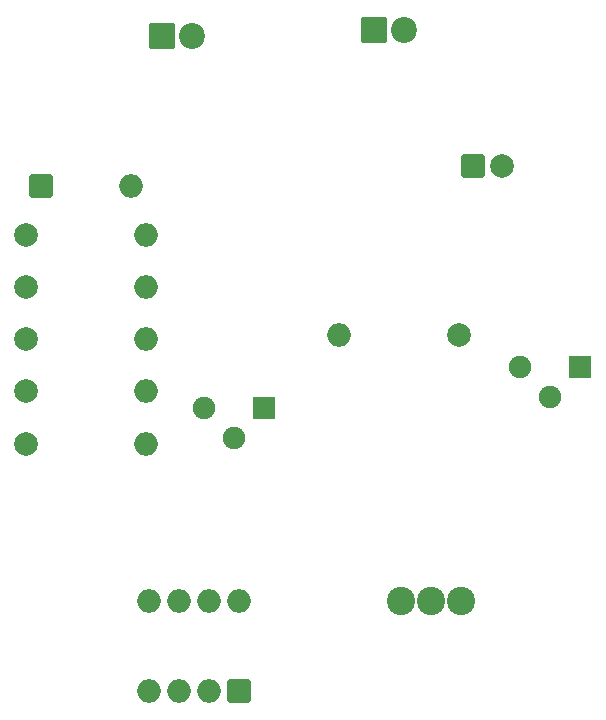
<source format=gbr>
%TF.GenerationSoftware,KiCad,Pcbnew,7.0.8*%
%TF.CreationDate,2024-08-03T05:57:31+02:00*%
%TF.ProjectId,RobiV4,526f6269-5634-42e6-9b69-6361645f7063,rev?*%
%TF.SameCoordinates,Original*%
%TF.FileFunction,Soldermask,Top*%
%TF.FilePolarity,Negative*%
%FSLAX46Y46*%
G04 Gerber Fmt 4.6, Leading zero omitted, Abs format (unit mm)*
G04 Created by KiCad (PCBNEW 7.0.8) date 2024-08-03 05:57:31*
%MOMM*%
%LPD*%
G01*
G04 APERTURE LIST*
G04 Aperture macros list*
%AMRoundRect*
0 Rectangle with rounded corners*
0 $1 Rounding radius*
0 $2 $3 $4 $5 $6 $7 $8 $9 X,Y pos of 4 corners*
0 Add a 4 corners polygon primitive as box body*
4,1,4,$2,$3,$4,$5,$6,$7,$8,$9,$2,$3,0*
0 Add four circle primitives for the rounded corners*
1,1,$1+$1,$2,$3*
1,1,$1+$1,$4,$5*
1,1,$1+$1,$6,$7*
1,1,$1+$1,$8,$9*
0 Add four rect primitives between the rounded corners*
20,1,$1+$1,$2,$3,$4,$5,0*
20,1,$1+$1,$4,$5,$6,$7,0*
20,1,$1+$1,$6,$7,$8,$9,0*
20,1,$1+$1,$8,$9,$2,$3,0*%
G04 Aperture macros list end*
%ADD10RoundRect,0.200000X-0.800000X-0.800000X0.800000X-0.800000X0.800000X0.800000X-0.800000X0.800000X0*%
%ADD11C,2.000000*%
%ADD12RoundRect,0.200000X-0.900000X-0.900000X0.900000X-0.900000X0.900000X0.900000X-0.900000X0.900000X0*%
%ADD13C,2.200000*%
%ADD14RoundRect,0.200000X0.750000X0.750000X-0.750000X0.750000X-0.750000X-0.750000X0.750000X-0.750000X0*%
%ADD15C,1.900000*%
%ADD16O,2.000000X2.000000*%
%ADD17C,2.400000*%
%ADD18RoundRect,0.200000X0.800000X-0.800000X0.800000X0.800000X-0.800000X0.800000X-0.800000X-0.800000X0*%
G04 APERTURE END LIST*
D10*
%TO.C,C1*%
X149733000Y-66294000D03*
D11*
X152233000Y-66294000D03*
%TD*%
D12*
%TO.C,D1*%
X123444000Y-55245000D03*
D13*
X125984000Y-55245000D03*
%TD*%
D12*
%TO.C,D2*%
X141351000Y-54737000D03*
D13*
X143891000Y-54737000D03*
%TD*%
D14*
%TO.C,T1*%
X132080000Y-86766400D03*
D15*
X129540000Y-89306400D03*
X127000000Y-86766400D03*
%TD*%
D14*
%TO.C,T2*%
X158860000Y-83310000D03*
D15*
X156320000Y-85850000D03*
X153780000Y-83310000D03*
%TD*%
D10*
%TO.C,D3*%
X113216001Y-67945000D03*
D16*
X120836001Y-67945000D03*
%TD*%
D11*
%TO.C,R3*%
X111946001Y-80951400D03*
D16*
X122106001Y-80951400D03*
%TD*%
D11*
%TO.C,R4*%
X111946001Y-85370200D03*
D16*
X122106001Y-85370200D03*
%TD*%
D11*
%TO.C,R5*%
X111946001Y-76532600D03*
D16*
X122106001Y-76532600D03*
%TD*%
D11*
%TO.C,R6*%
X111946001Y-89789000D03*
D16*
X122106001Y-89789000D03*
%TD*%
D11*
%TO.C,R1on1*%
X111946001Y-72113800D03*
D16*
X122106001Y-72113800D03*
%TD*%
D17*
%TO.C,S1*%
X143637000Y-103124000D03*
X146177000Y-103124000D03*
X148717000Y-103124000D03*
%TD*%
D18*
%TO.C,U1*%
X129921000Y-110744000D03*
D16*
X127381000Y-110744000D03*
X124841000Y-110744000D03*
X122301000Y-110744000D03*
X122301000Y-103124000D03*
X124841000Y-103124000D03*
X127381000Y-103124000D03*
X129921000Y-103124000D03*
%TD*%
D11*
%TO.C,R1off1*%
X148590000Y-80568800D03*
D16*
X138430000Y-80568800D03*
%TD*%
M02*

</source>
